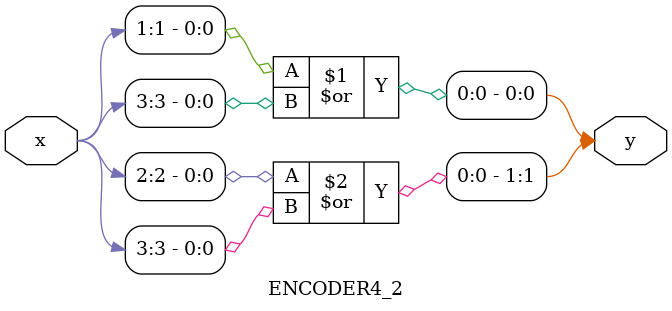
<source format=v>
`timescale 10ns / 1ps
module ENCODER4_2(
    input [3:0] x,
    output [1:0] y
    );
    assign y[0]=x[1]|x[3];
    assign y[1]=x[2]|x[3];
endmodule

</source>
